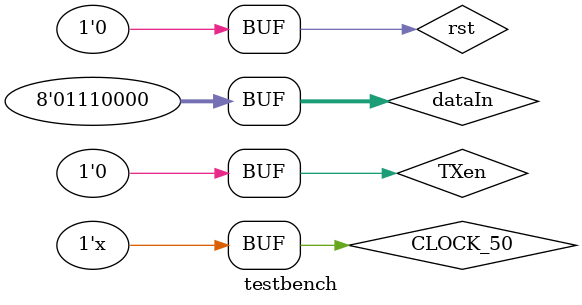
<source format=sv>
`timescale 1ns / 1ps

module testbench ( );

	parameter CLOCK_PERIOD = 10;

	reg CLOCK_50;

	// Logic
	logic [7:0]		dataIn;
	logic			rst;
	logic			TXen;

	logic			TXout;
	logic 			busy;

	//

	initial begin
        CLOCK_50 <= 1'b0;
	end // initial
	always @ (*)
	begin : Clock_Generator
		#((CLOCK_PERIOD) / 2) CLOCK_50 <= ~CLOCK_50;
	end
	
	initial begin
        rst <= 1'b1;
		TXen <= 0;
        #20 
		rst <= 1'b0;

		#20 
		dataIn <= 8'h70;
		#10
		TXen <= 1;
		#20
		TXen <= 0;
	end // initial
	
	UART_TX #(
		.dataWidth(8),
		.stopBits(2)
	)
	U1 (
		.clk(CLOCK_50),
		.rst(rst),
		.dataIn(dataIn),
		.TXen(TXen),

		.TXout(TXout),
		.busy(busy)
	);

endmodule

</source>
